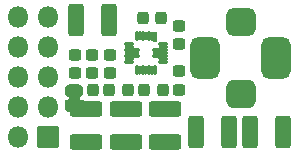
<source format=gbr>
G04 #@! TF.GenerationSoftware,KiCad,Pcbnew,(5.99.0-6495-g15369915cc)*
G04 #@! TF.CreationDate,2020-10-24T17:34:59+02:00*
G04 #@! TF.ProjectId,EVAL-MP8862,4556414c-2d4d-4503-9838-36322e6b6963,1B*
G04 #@! TF.SameCoordinates,Original*
G04 #@! TF.FileFunction,Soldermask,Top*
G04 #@! TF.FilePolarity,Negative*
%FSLAX46Y46*%
G04 Gerber Fmt 4.6, Leading zero omitted, Abs format (unit mm)*
G04 Created by KiCad (PCBNEW (5.99.0-6495-g15369915cc)) date 2020-10-24 17:34:59*
%MOMM*%
%LPD*%
G01*
G04 APERTURE LIST*
G04 Aperture macros list*
%AMRoundRect*
0 Rectangle with rounded corners*
0 $1 Rounding radius*
0 $2 $3 $4 $5 $6 $7 $8 $9 X,Y pos of 4 corners*
0 Add a 4 corners polygon primitive as box body*
4,1,4,$2,$3,$4,$5,$6,$7,$8,$9,$2,$3,0*
0 Add four circle primitives for the rounded corners*
1,1,$1+$1,$2,$3,0*
1,1,$1+$1,$4,$5,0*
1,1,$1+$1,$6,$7,0*
1,1,$1+$1,$8,$9,0*
0 Add four rect primitives between the rounded corners*
20,1,$1+$1,$2,$3,$4,$5,0*
20,1,$1+$1,$4,$5,$6,$7,0*
20,1,$1+$1,$6,$7,$8,$9,0*
20,1,$1+$1,$8,$9,$2,$3,0*%
G04 Aperture macros list end*
%ADD10RoundRect,0.244250X-0.281750X0.244250X-0.281750X-0.244250X0.281750X-0.244250X0.281750X0.244250X0*%
%ADD11RoundRect,0.270400X-1.105600X0.405600X-1.105600X-0.405600X1.105600X-0.405600X1.105600X0.405600X0*%
%ADD12RoundRect,0.244250X0.244250X0.281750X-0.244250X0.281750X-0.244250X-0.281750X0.244250X-0.281750X0*%
%ADD13RoundRect,0.270400X1.105600X-0.405600X1.105600X0.405600X-1.105600X0.405600X-1.105600X-0.405600X0*%
%ADD14RoundRect,0.270400X0.405600X1.105600X-0.405600X1.105600X-0.405600X-1.105600X0.405600X-1.105600X0*%
%ADD15RoundRect,0.270400X-0.405600X-1.105600X0.405600X-1.105600X0.405600X1.105600X-0.405600X1.105600X0*%
%ADD16RoundRect,0.244250X0.281750X-0.244250X0.281750X0.244250X-0.281750X0.244250X-0.281750X-0.244250X0*%
%ADD17RoundRect,0.051000X-0.125000X-0.400000X0.125000X-0.400000X0.125000X0.400000X-0.125000X0.400000X0*%
%ADD18RoundRect,0.051000X-0.125000X-0.350000X0.125000X-0.350000X0.125000X0.350000X-0.125000X0.350000X0*%
%ADD19RoundRect,0.051000X-0.350000X0.125000X-0.350000X-0.125000X0.350000X-0.125000X0.350000X0.125000X0*%
%ADD20RoundRect,0.051000X-0.600000X0.125000X-0.600000X-0.125000X0.600000X-0.125000X0.600000X0.125000X0*%
%ADD21RoundRect,0.625500X0.625500X1.125500X-0.625500X1.125500X-0.625500X-1.125500X0.625500X-1.125500X0*%
%ADD22RoundRect,0.596750X0.649250X-0.596750X0.649250X0.596750X-0.649250X0.596750X-0.649250X-0.596750X0*%
%ADD23RoundRect,0.572880X0.673120X-0.620620X0.673120X0.620620X-0.673120X0.620620X-0.673120X-0.620620X0*%
%ADD24RoundRect,0.051000X0.850000X0.850000X-0.850000X0.850000X-0.850000X-0.850000X0.850000X-0.850000X0*%
%ADD25O,1.802000X1.802000*%
%ADD26RoundRect,0.440800X0.360200X-0.110200X0.360200X0.110200X-0.360200X0.110200X-0.360200X-0.110200X0*%
G04 APERTURE END LIST*
D10*
X105230000Y-93045000D03*
X105230000Y-94620000D03*
D11*
X103200000Y-97660000D03*
X103200000Y-100460000D03*
D12*
X109725000Y-96030000D03*
X108150000Y-96030000D03*
D13*
X106640000Y-100460000D03*
X106640000Y-97660000D03*
D14*
X115375000Y-99575000D03*
X112575000Y-99575000D03*
D11*
X109950000Y-97650000D03*
X109950000Y-100450000D03*
D15*
X117125000Y-99575000D03*
X119925000Y-99575000D03*
D16*
X102280000Y-94620000D03*
X102280000Y-93045000D03*
X103750000Y-94620000D03*
X103750000Y-93045000D03*
D12*
X103820000Y-96030000D03*
X102245000Y-96030000D03*
D17*
X109090000Y-91500000D03*
D18*
X108590000Y-91450000D03*
X108090000Y-91450000D03*
X107590000Y-91450000D03*
D19*
X106890000Y-92150000D03*
D20*
X107140000Y-92650000D03*
X107140000Y-93150000D03*
D19*
X106890000Y-93650000D03*
D18*
X107590000Y-94350000D03*
X108090000Y-94350000D03*
X108590000Y-94350000D03*
X109090000Y-94350000D03*
D19*
X109790000Y-93650000D03*
D20*
X109540000Y-93150000D03*
X109540000Y-92650000D03*
D19*
X109790000Y-92150000D03*
D12*
X109607500Y-89930000D03*
X108032500Y-89930000D03*
D21*
X119350000Y-93300000D03*
X113350000Y-93300000D03*
D22*
X116350000Y-90247000D03*
D23*
X116350000Y-96353000D03*
D10*
X111100000Y-94425000D03*
X111100000Y-96000000D03*
D14*
X105200000Y-90100000D03*
X102400000Y-90100000D03*
D16*
X111150000Y-92175000D03*
X111150000Y-90600000D03*
D24*
X100000000Y-100000000D03*
D25*
X97460000Y-100000000D03*
X100000000Y-97460000D03*
X97460000Y-97460000D03*
X100000000Y-94920000D03*
X97460000Y-94920000D03*
X100000000Y-92380000D03*
X97460000Y-92380000D03*
X100000000Y-89840000D03*
X97460000Y-89840000D03*
D12*
X106797500Y-96030000D03*
X105222500Y-96030000D03*
G36*
X101463938Y-96863938D02*
G01*
X101500000Y-96849000D01*
X103000000Y-96849000D01*
X103036062Y-96863938D01*
X103051000Y-96900001D01*
X103051000Y-97400000D01*
X103045812Y-97412525D01*
X103044559Y-97480875D01*
X103042248Y-97495149D01*
X102999973Y-97630464D01*
X102993747Y-97643516D01*
X102915192Y-97761526D01*
X102905554Y-97772306D01*
X102797035Y-97863526D01*
X102784759Y-97871167D01*
X102654999Y-97928262D01*
X102641072Y-97932150D01*
X102506612Y-97949733D01*
X102506429Y-97948336D01*
X102499999Y-97951000D01*
X102000000Y-97951000D01*
X101998821Y-97950512D01*
X101986044Y-97950356D01*
X101845967Y-97928545D01*
X101832140Y-97924317D01*
X101703815Y-97864068D01*
X101691729Y-97856129D01*
X101585471Y-97762285D01*
X101576099Y-97751273D01*
X101500451Y-97631378D01*
X101494546Y-97618179D01*
X101455589Y-97481872D01*
X101453627Y-97467545D01*
X101453967Y-97411989D01*
X101449000Y-97400000D01*
X101449000Y-96900000D01*
X101463938Y-96863938D01*
G37*
D26*
X102250000Y-96100000D03*
G36*
X102836279Y-96580173D02*
G01*
X102837145Y-96581976D01*
X102836369Y-96583411D01*
X102826178Y-96591231D01*
X102825725Y-96591492D01*
X102781380Y-96609860D01*
X102780668Y-96609766D01*
X102780400Y-96610275D01*
X102726264Y-96653900D01*
X102704392Y-96719615D01*
X102721520Y-96786721D01*
X102772252Y-96833955D01*
X102827688Y-96847055D01*
X102829144Y-96848426D01*
X102828684Y-96850373D01*
X102827228Y-96851001D01*
X101512310Y-96851000D01*
X101510578Y-96850000D01*
X101510578Y-96848000D01*
X101512310Y-96847000D01*
X101672483Y-96847000D01*
X101739222Y-96827404D01*
X101784577Y-96775061D01*
X101794434Y-96706508D01*
X101765639Y-96643457D01*
X101735195Y-96621504D01*
X101734375Y-96619680D01*
X101735545Y-96618058D01*
X101736817Y-96617934D01*
X101864883Y-96647619D01*
X101900028Y-96649000D01*
X102599848Y-96649000D01*
X102732016Y-96629130D01*
X102778279Y-96606915D01*
X102779187Y-96606984D01*
X102779749Y-96606209D01*
X102834285Y-96580021D01*
X102836279Y-96580173D01*
G37*
G36*
X108755660Y-93967493D02*
G01*
X108769452Y-93976709D01*
X108770615Y-93974969D01*
X108772409Y-93974084D01*
X108773560Y-93974545D01*
X108790952Y-93989078D01*
X108859532Y-93997687D01*
X108903376Y-93969510D01*
X108906120Y-93970082D01*
X108910548Y-93976709D01*
X108924340Y-93967493D01*
X108926336Y-93967362D01*
X108927447Y-93969025D01*
X108927114Y-93970267D01*
X108919767Y-93981262D01*
X108916000Y-94000199D01*
X108916000Y-94699801D01*
X108919767Y-94718738D01*
X108927114Y-94729733D01*
X108927245Y-94731729D01*
X108925582Y-94732840D01*
X108924340Y-94732507D01*
X108910548Y-94723291D01*
X108909385Y-94725031D01*
X108907591Y-94725916D01*
X108906440Y-94725455D01*
X108889048Y-94710922D01*
X108820468Y-94702313D01*
X108776624Y-94730490D01*
X108773880Y-94729918D01*
X108769452Y-94723291D01*
X108755660Y-94732507D01*
X108753664Y-94732638D01*
X108752553Y-94730975D01*
X108752886Y-94729733D01*
X108760233Y-94718738D01*
X108764000Y-94699801D01*
X108764000Y-94000199D01*
X108760233Y-93981262D01*
X108752886Y-93970267D01*
X108752755Y-93968271D01*
X108754418Y-93967160D01*
X108755660Y-93967493D01*
G37*
G36*
X108255660Y-93967493D02*
G01*
X108269452Y-93976709D01*
X108270615Y-93974969D01*
X108272409Y-93974084D01*
X108273560Y-93974545D01*
X108290952Y-93989078D01*
X108359532Y-93997687D01*
X108403376Y-93969510D01*
X108406120Y-93970082D01*
X108410548Y-93976709D01*
X108424340Y-93967493D01*
X108426336Y-93967362D01*
X108427447Y-93969025D01*
X108427114Y-93970267D01*
X108419767Y-93981262D01*
X108416000Y-94000199D01*
X108416000Y-94699801D01*
X108419767Y-94718738D01*
X108427114Y-94729733D01*
X108427245Y-94731729D01*
X108425582Y-94732840D01*
X108424340Y-94732507D01*
X108410548Y-94723291D01*
X108409385Y-94725031D01*
X108407591Y-94725916D01*
X108406440Y-94725455D01*
X108389048Y-94710922D01*
X108320468Y-94702313D01*
X108276624Y-94730490D01*
X108273880Y-94729918D01*
X108269452Y-94723291D01*
X108255660Y-94732507D01*
X108253664Y-94732638D01*
X108252553Y-94730975D01*
X108252886Y-94729733D01*
X108260233Y-94718738D01*
X108264000Y-94699801D01*
X108264000Y-94000199D01*
X108260233Y-93981262D01*
X108252886Y-93970267D01*
X108252755Y-93968271D01*
X108254418Y-93967160D01*
X108255660Y-93967493D01*
G37*
G36*
X107755660Y-93967493D02*
G01*
X107769452Y-93976709D01*
X107770615Y-93974969D01*
X107772409Y-93974084D01*
X107773560Y-93974545D01*
X107790952Y-93989078D01*
X107859532Y-93997687D01*
X107903376Y-93969510D01*
X107906120Y-93970082D01*
X107910548Y-93976709D01*
X107924340Y-93967493D01*
X107926336Y-93967362D01*
X107927447Y-93969025D01*
X107927114Y-93970267D01*
X107919767Y-93981262D01*
X107916000Y-94000199D01*
X107916000Y-94699801D01*
X107919767Y-94718738D01*
X107927114Y-94729733D01*
X107927245Y-94731729D01*
X107925582Y-94732840D01*
X107924340Y-94732507D01*
X107910548Y-94723291D01*
X107909385Y-94725031D01*
X107907591Y-94725916D01*
X107906440Y-94725455D01*
X107889048Y-94710922D01*
X107820468Y-94702313D01*
X107776624Y-94730490D01*
X107773880Y-94729918D01*
X107769452Y-94723291D01*
X107755660Y-94732507D01*
X107753664Y-94732638D01*
X107752553Y-94730975D01*
X107752886Y-94729733D01*
X107760233Y-94718738D01*
X107764000Y-94699801D01*
X107764000Y-94000199D01*
X107760233Y-93981262D01*
X107752886Y-93970267D01*
X107752755Y-93968271D01*
X107754418Y-93967160D01*
X107755660Y-93967493D01*
G37*
G36*
X110172840Y-93314418D02*
G01*
X110172507Y-93315660D01*
X110163291Y-93329452D01*
X110165031Y-93330615D01*
X110165916Y-93332409D01*
X110165455Y-93333560D01*
X110150922Y-93350952D01*
X110142313Y-93419532D01*
X110170490Y-93463376D01*
X110169918Y-93466120D01*
X110163291Y-93470548D01*
X110172507Y-93484340D01*
X110172638Y-93486336D01*
X110170975Y-93487447D01*
X110169733Y-93487114D01*
X110158738Y-93479767D01*
X110139801Y-93476000D01*
X109440199Y-93476000D01*
X109421262Y-93479767D01*
X109405380Y-93490380D01*
X109398032Y-93501376D01*
X109396238Y-93502261D01*
X109394575Y-93501150D01*
X109394407Y-93499875D01*
X109397643Y-93483605D01*
X109397540Y-93483585D01*
X109396036Y-93482266D01*
X109396021Y-93481025D01*
X109404736Y-93453196D01*
X109386415Y-93386406D01*
X109334841Y-93340077D01*
X109281398Y-93327950D01*
X109279931Y-93326592D01*
X109280373Y-93324642D01*
X109281841Y-93324000D01*
X110139801Y-93324000D01*
X110158738Y-93320233D01*
X110169733Y-93312886D01*
X110171729Y-93312755D01*
X110172840Y-93314418D01*
G37*
G36*
X106510267Y-93312886D02*
G01*
X106521262Y-93320233D01*
X106540199Y-93324000D01*
X107398159Y-93324000D01*
X107399891Y-93325000D01*
X107399891Y-93327000D01*
X107398722Y-93327919D01*
X107331707Y-93347596D01*
X107286352Y-93399939D01*
X107276486Y-93468558D01*
X107282410Y-93484016D01*
X107282504Y-93484342D01*
X107285594Y-93499876D01*
X107284951Y-93501770D01*
X107282989Y-93502160D01*
X107281969Y-93501377D01*
X107274620Y-93490380D01*
X107258738Y-93479767D01*
X107239801Y-93476000D01*
X106540199Y-93476000D01*
X106521262Y-93479767D01*
X106510267Y-93487114D01*
X106508271Y-93487245D01*
X106507160Y-93485582D01*
X106507493Y-93484340D01*
X106516709Y-93470548D01*
X106514969Y-93469385D01*
X106514084Y-93467591D01*
X106514545Y-93466440D01*
X106529078Y-93449048D01*
X106537687Y-93380468D01*
X106509510Y-93336624D01*
X106510082Y-93333880D01*
X106516709Y-93329452D01*
X106507493Y-93315660D01*
X106507362Y-93313664D01*
X106509025Y-93312553D01*
X106510267Y-93312886D01*
G37*
G36*
X108910267Y-92812886D02*
G01*
X108921262Y-92820233D01*
X108940199Y-92824000D01*
X110139801Y-92824000D01*
X110158738Y-92820233D01*
X110169733Y-92812886D01*
X110171729Y-92812755D01*
X110172840Y-92814418D01*
X110172507Y-92815660D01*
X110163291Y-92829452D01*
X110165031Y-92830615D01*
X110165916Y-92832409D01*
X110165455Y-92833560D01*
X110150922Y-92850952D01*
X110142313Y-92919532D01*
X110170490Y-92963376D01*
X110169918Y-92966120D01*
X110163291Y-92970548D01*
X110172507Y-92984340D01*
X110172638Y-92986336D01*
X110170975Y-92987447D01*
X110169733Y-92987114D01*
X110158738Y-92979767D01*
X110139801Y-92976000D01*
X108940199Y-92976000D01*
X108921262Y-92979767D01*
X108910267Y-92987114D01*
X108908271Y-92987245D01*
X108907160Y-92985582D01*
X108907493Y-92984340D01*
X108916709Y-92970548D01*
X108914969Y-92969385D01*
X108914084Y-92967591D01*
X108914545Y-92966440D01*
X108929078Y-92949048D01*
X108937687Y-92880468D01*
X108909510Y-92836624D01*
X108910082Y-92833880D01*
X108916709Y-92829452D01*
X108907493Y-92815660D01*
X108907362Y-92813664D01*
X108909025Y-92812553D01*
X108910267Y-92812886D01*
G37*
G36*
X106510267Y-92812886D02*
G01*
X106521262Y-92820233D01*
X106540199Y-92824000D01*
X107739801Y-92824000D01*
X107758738Y-92820233D01*
X107769733Y-92812886D01*
X107771729Y-92812755D01*
X107772840Y-92814418D01*
X107772507Y-92815660D01*
X107763291Y-92829452D01*
X107765031Y-92830615D01*
X107765916Y-92832409D01*
X107765455Y-92833560D01*
X107750922Y-92850952D01*
X107742313Y-92919532D01*
X107770490Y-92963376D01*
X107769918Y-92966120D01*
X107763291Y-92970548D01*
X107772507Y-92984340D01*
X107772638Y-92986336D01*
X107770975Y-92987447D01*
X107769733Y-92987114D01*
X107758738Y-92979767D01*
X107739801Y-92976000D01*
X106540199Y-92976000D01*
X106521262Y-92979767D01*
X106510267Y-92987114D01*
X106508271Y-92987245D01*
X106507160Y-92985582D01*
X106507493Y-92984340D01*
X106516709Y-92970548D01*
X106514969Y-92969385D01*
X106514084Y-92967591D01*
X106514545Y-92966440D01*
X106529078Y-92949048D01*
X106537687Y-92880468D01*
X106509510Y-92836624D01*
X106510082Y-92833880D01*
X106516709Y-92829452D01*
X106507493Y-92815660D01*
X106507362Y-92813664D01*
X106509025Y-92812553D01*
X106510267Y-92812886D01*
G37*
G36*
X109398031Y-92298623D02*
G01*
X109405380Y-92309620D01*
X109421262Y-92320233D01*
X109440199Y-92324000D01*
X110139801Y-92324000D01*
X110158738Y-92320233D01*
X110169733Y-92312886D01*
X110171729Y-92312755D01*
X110172840Y-92314418D01*
X110172507Y-92315660D01*
X110163291Y-92329452D01*
X110165031Y-92330615D01*
X110165916Y-92332409D01*
X110165455Y-92333560D01*
X110150922Y-92350952D01*
X110142313Y-92419532D01*
X110170490Y-92463376D01*
X110169918Y-92466120D01*
X110163291Y-92470548D01*
X110172507Y-92484340D01*
X110172638Y-92486336D01*
X110170975Y-92487447D01*
X110169733Y-92487114D01*
X110158738Y-92479767D01*
X110139801Y-92476000D01*
X109281841Y-92476000D01*
X109280109Y-92475000D01*
X109280109Y-92473000D01*
X109281278Y-92472081D01*
X109348293Y-92452404D01*
X109393648Y-92400061D01*
X109403514Y-92331442D01*
X109397590Y-92315984D01*
X109397496Y-92315658D01*
X109394406Y-92300124D01*
X109395049Y-92298230D01*
X109397011Y-92297840D01*
X109398031Y-92298623D01*
G37*
G36*
X107285425Y-92298850D02*
G01*
X107285593Y-92300125D01*
X107282357Y-92316395D01*
X107282460Y-92316415D01*
X107283964Y-92317734D01*
X107283979Y-92318975D01*
X107275264Y-92346804D01*
X107293585Y-92413594D01*
X107345159Y-92459923D01*
X107398602Y-92472050D01*
X107400069Y-92473408D01*
X107399627Y-92475358D01*
X107398159Y-92476000D01*
X106540199Y-92476000D01*
X106521262Y-92479767D01*
X106510267Y-92487114D01*
X106508271Y-92487245D01*
X106507160Y-92485582D01*
X106507493Y-92484340D01*
X106516709Y-92470548D01*
X106514969Y-92469385D01*
X106514084Y-92467591D01*
X106514545Y-92466440D01*
X106529078Y-92449048D01*
X106537687Y-92380468D01*
X106509510Y-92336624D01*
X106510082Y-92333880D01*
X106516709Y-92329452D01*
X106507493Y-92315660D01*
X106507362Y-92313664D01*
X106509025Y-92312553D01*
X106510267Y-92312886D01*
X106521262Y-92320233D01*
X106540199Y-92324000D01*
X107239801Y-92324000D01*
X107258738Y-92320233D01*
X107274620Y-92309620D01*
X107281968Y-92298624D01*
X107283762Y-92297739D01*
X107285425Y-92298850D01*
G37*
G36*
X108755660Y-91067493D02*
G01*
X108769452Y-91076709D01*
X108770615Y-91074969D01*
X108772409Y-91074084D01*
X108773560Y-91074545D01*
X108790952Y-91089078D01*
X108859532Y-91097687D01*
X108903376Y-91069510D01*
X108906120Y-91070082D01*
X108910548Y-91076709D01*
X108924340Y-91067493D01*
X108926336Y-91067362D01*
X108927447Y-91069025D01*
X108927114Y-91070267D01*
X108919767Y-91081262D01*
X108916000Y-91100199D01*
X108916000Y-91899801D01*
X108918620Y-91912971D01*
X108917977Y-91914865D01*
X108916015Y-91915255D01*
X108914995Y-91914472D01*
X108905984Y-91900987D01*
X108905875Y-91900803D01*
X108887662Y-91865987D01*
X108827597Y-91831784D01*
X108758765Y-91844204D01*
X108756448Y-91842626D01*
X108756394Y-91842357D01*
X108740125Y-91845593D01*
X108738231Y-91844950D01*
X108737841Y-91842988D01*
X108738624Y-91841968D01*
X108749620Y-91834620D01*
X108760233Y-91818738D01*
X108764000Y-91799801D01*
X108764000Y-91100199D01*
X108760233Y-91081262D01*
X108752886Y-91070267D01*
X108752755Y-91068271D01*
X108754418Y-91067160D01*
X108755660Y-91067493D01*
G37*
G36*
X108255660Y-91067493D02*
G01*
X108269452Y-91076709D01*
X108270615Y-91074969D01*
X108272409Y-91074084D01*
X108273560Y-91074545D01*
X108290952Y-91089078D01*
X108359532Y-91097687D01*
X108403376Y-91069510D01*
X108406120Y-91070082D01*
X108410548Y-91076709D01*
X108424340Y-91067493D01*
X108426336Y-91067362D01*
X108427447Y-91069025D01*
X108427114Y-91070267D01*
X108419767Y-91081262D01*
X108416000Y-91100199D01*
X108416000Y-91799801D01*
X108419767Y-91818738D01*
X108427114Y-91829733D01*
X108427245Y-91831729D01*
X108425582Y-91832840D01*
X108424340Y-91832507D01*
X108410548Y-91823291D01*
X108409385Y-91825031D01*
X108407591Y-91825916D01*
X108406440Y-91825455D01*
X108389048Y-91810922D01*
X108320468Y-91802313D01*
X108276624Y-91830490D01*
X108273880Y-91829918D01*
X108269452Y-91823291D01*
X108255660Y-91832507D01*
X108253664Y-91832638D01*
X108252553Y-91830975D01*
X108252886Y-91829733D01*
X108260233Y-91818738D01*
X108264000Y-91799801D01*
X108264000Y-91100199D01*
X108260233Y-91081262D01*
X108252886Y-91070267D01*
X108252755Y-91068271D01*
X108254418Y-91067160D01*
X108255660Y-91067493D01*
G37*
G36*
X107755660Y-91067493D02*
G01*
X107769452Y-91076709D01*
X107770615Y-91074969D01*
X107772409Y-91074084D01*
X107773560Y-91074545D01*
X107790952Y-91089078D01*
X107859532Y-91097687D01*
X107903376Y-91069510D01*
X107906120Y-91070082D01*
X107910548Y-91076709D01*
X107924340Y-91067493D01*
X107926336Y-91067362D01*
X107927447Y-91069025D01*
X107927114Y-91070267D01*
X107919767Y-91081262D01*
X107916000Y-91100199D01*
X107916000Y-91799801D01*
X107919767Y-91818738D01*
X107927114Y-91829733D01*
X107927245Y-91831729D01*
X107925582Y-91832840D01*
X107924340Y-91832507D01*
X107910548Y-91823291D01*
X107909385Y-91825031D01*
X107907591Y-91825916D01*
X107906440Y-91825455D01*
X107889048Y-91810922D01*
X107820468Y-91802313D01*
X107776624Y-91830490D01*
X107773880Y-91829918D01*
X107769452Y-91823291D01*
X107755660Y-91832507D01*
X107753664Y-91832638D01*
X107752553Y-91830975D01*
X107752886Y-91829733D01*
X107760233Y-91818738D01*
X107764000Y-91799801D01*
X107764000Y-91100199D01*
X107760233Y-91081262D01*
X107752886Y-91070267D01*
X107752755Y-91068271D01*
X107754418Y-91067160D01*
X107755660Y-91067493D01*
G37*
M02*

</source>
